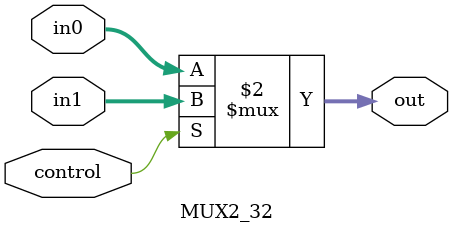
<source format=v>
`timescale 1ns/1ps
/*
Multipleter with bandwith 32bit

*/
module MUX2_32 ( in0, in1, control, out);
    input wire [31:0] in0;
    input wire [31:0] in1;
    input wire control;
    output wire [31:0]out;

    assign out = (control == 1)? in1 : in0;
endmodule
</source>
